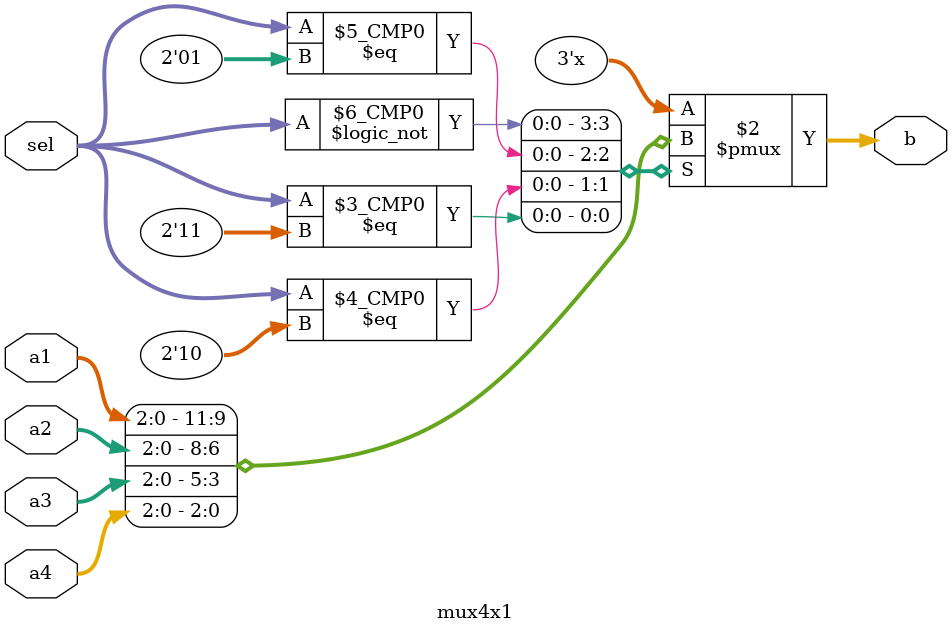
<source format=v>
module mux4x1(

	input [2:0] a1,a2,a3,a4,
	input [1:0] sel,
	output reg [2:0]b
);

always@(*)
	begin
		case(sel)
			2'b00 : b = a1;
			2'b01 : b = a2;
			2'b10 : b = a3;
			2'b11 : b = a4;
			default : b = 000;
		endcase
		
	end
endmodule

</source>
